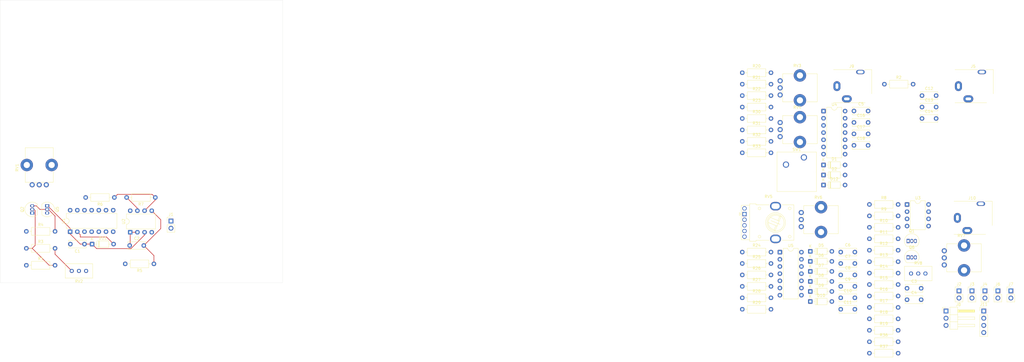
<source format=kicad_pcb>
(kicad_pcb (version 20241229) (generator "pcbnew") (generator_version "9.0")
  (layers (0 "F.Cu" signal) (2 "B.Cu" signal) (13 "F.Paste" user) (15 "B.Paste" user) (5 "F.SilkS" user "F.Silkscreen") (7 "B.SilkS" user "B.Silkscreen") (1 "F.Mask" user) (3 "B.Mask" user) (25 "Edge.Cuts" user))
  (net 0 "")
  (net 1 "GND")
  (net 2 "Net-(D11-K)")
  (net 3 "Net-(U2A--)")
  (net 4 "Net-(U2B-+)")
  (net 5 "+2V5")
  (net 6 "-2V5")
  (net 7 "Net-(U4C-+)")
  (net 8 "/a/FILT_SIG_IN")
  (net 9 "Net-(C8-Pad2)")
  (net 10 "Net-(U5B-+)")
  (net 11 "Net-(D5-K)")
  (net 12 "Net-(U5C-+)")
  (net 13 "Net-(U5C--)")
  (net 14 "/a/FILT_SIG_OUT")
  (net 15 "+9V")
  (net 16 "-9V")
  (net 17 "Net-(C18-Pad1)")
  (net 18 "Net-(D1-K)")
  (net 19 "Net-(D1-A)")
  (net 20 "Net-(D2-K)")
  (net 21 "Net-(D2-A)")
  (net 22 "Net-(D5-A)")
  (net 23 "Net-(D6-K)")
  (net 24 "Net-(D7-A)")
  (net 25 "Net-(D10-A)")
  (net 26 "Net-(D10-K)")
  (net 27 "Net-(D11-A)")
  (net 28 "Net-(D12-K)")
  (net 29 "/Voltage-Controlled Oscillator/VCO_SIG_OUT")
  (net 30 "/Envelope Generator/EG_CV_OUT")
  (net 31 "/Voltage-Controlled Amplifier/VCA_CV_IN")
  (net 32 "/Audio Output/SIG_IN")
  (net 33 "/Voltage-Controlled Amplifier/VCA_SIG_OUT")
  (net 34 "/Voltage-Controlled Amplifier/VCA_SIG_IN")
  (net 35 "Net-(J5-PadT)")
  (net 36 "Net-(J9-PadT)")
  (net 37 "Net-(J10-PadT)")
  (net 38 "/PITCH_IN")
  (net 39 "/GATE_IN")
  (net 40 "Net-(Q1-C)")
  (net 41 "Net-(Q1-B)")
  (net 42 "Net-(Q1-E)")
  (net 43 "Net-(Q2-E)")
  (net 44 "Net-(Q2-B)")
  (net 45 "Net-(Q6-C)")
  (net 46 "Net-(Q6-B)")
  (net 47 "Net-(R1-Pad1)")
  (net 48 "Net-(R3-Pad2)")
  (net 49 "Net-(U2B--)")
  (net 50 "Net-(U3A--)")
  (net 51 "Net-(R13-Pad2)")
  (net 52 "Net-(U3B--)")
  (net 53 "Net-(U3B-+)")
  (net 54 "Net-(R18-Pad2)")
  (net 55 "Net-(U4A--)")
  (net 56 "Net-(U4C--)")
  (net 57 "Net-(U5A-+)")
  (net 58 "Net-(R30-Pad2)")
  (net 59 "/Envelope Generator/GATE_IN")
  (net 60 "Net-(R37-Pad2)")
  (net 61 "Net-(U5B--)")
  (net 62 "Net-(U5A--)")
  (net 63 "Net-(U5D-+)")
  (footprint "Package_DIP:DIP-14_W7.62mm" (layer "F.Cu") (at 326.05 139.23)
    (property "Reference" "U5")
    (property "Value" "TL074")
  )
  (footprint "Package_TO_SOT_THT:TO-92_Inline" (layer "F.Cu") (at 61.38 125.38 90)
    (property "Reference" "Q2")
    (property "Value" "BC558")
  )
  (footprint "Connector_PinHeader_2.54mm:PinHeader_1x02_P2.54mm_Vertical" (layer "F.Cu") (at 110.5 128.225)
    (property "Reference" "J1")
    (property "Value" "Conn_01x02")
  )
  (footprint "Potentiometer_THT:Potentiometer_Bourns_PTV112-4_Dual_Vertical" (layer "F.Cu") (at 313.515 125.75)
    (property "Reference" "RV5")
    (property "Value" "100k")
  )
  (footprint "Resistor_THT:R_Axial_DIN0207_L6.3mm_D2.5mm_P10.16mm_Horizontal" (layer "F.Cu") (at 312.73 159.45)
    (property "Reference" "R29")
    (property "Value" "200k")
  )
  (footprint "Resistor_THT:R_Axial_DIN0207_L6.3mm_D2.5mm_P10.16mm_Horizontal" (layer "F.Cu") (at 357.74 175)
    (property "Reference" "R37")
    (property "Value" "100k")
  )
  (footprint "Diode_THT:D_DO-35_SOD27_P7.62mm_Horizontal" (layer "F.Cu") (at 341.49 115.47)
    (property "Reference" "D12")
    (property "Value" "1N4148")
  )
  (footprint "Resistor_THT:R_Axial_DIN0207_L6.3mm_D2.5mm_P10.16mm_Horizontal" (layer "F.Cu") (at 357.74 170.95)
    (property "Reference" "R36")
    (property "Value" "100R")
  )
  (footprint "Resistor_THT:R_Axial_DIN0207_L6.3mm_D2.5mm_P10.16mm_Horizontal" (layer "F.Cu") (at 104.96 119.88 180)
    (property "Reference" "R7")
    (property "Value" "100k")
  )
  (footprint "Resistor_THT:R_Axial_DIN0207_L6.3mm_D2.5mm_P10.16mm_Horizontal" (layer "F.Cu") (at 312.73 151.35)
    (property "Reference" "R27")
    (property "Value" "10k")
  )
  (footprint "Capacitor_THT:C_Disc_D6.0mm_W2.5mm_P5.00mm" (layer "F.Cu") (at 376.35 91.92)
    (property "Reference" "C14")
    (property "Value" "0.1u")
  )
  (footprint "Potentiometer_THT:Potentiometer_Bourns_PTV09A-1_Single_Vertical" (layer "F.Cu") (at 333.61 130.21)
    (property "Reference" "RV6")
    (property "Value" "100k")
  )
  (footprint "Package_DIP:DIP-8_W7.62mm" (layer "F.Cu") (at 371.06 122.37)
    (property "Reference" "U3")
    (property "Value" "TL072")
  )
  (footprint "Potentiometer_THT:Potentiometer_Bourns_PTV09A-1_Single_Vertical" (layer "F.Cu") (at 326.14 98.35)
    (property "Reference" "RV4")
    (property "Value" "1M")
  )
  (footprint "Resistor_THT:R_Axial_DIN0207_L6.3mm_D2.5mm_P10.16mm_Horizontal" (layer "F.Cu") (at 357.74 142.6)
    (property "Reference" "R13")
    (property "Value" "10k")
  )
  (footprint "Resistor_THT:R_Axial_DIN0207_L6.3mm_D2.5mm_P10.16mm_Horizontal" (layer "F.Cu") (at 312.73 143.25)
    (property "Reference" "R25")
    (property "Value" "100k")
  )
  (footprint "Diode_THT:D_DO-35_SOD27_P7.62mm_Horizontal" (layer "F.Cu") (at 82.57 136.38)
    (property "Reference" "D11")
    (property "Value" "1N4148")
  )
  (footprint "Diode_THT:D_DO-35_SOD27_P7.62mm_Horizontal" (layer "F.Cu") (at 336.82 156.7)
    (property "Reference" "D10")
    (property "Value" "1N4148")
  )
  (footprint "Connector_PinHeader_2.54mm:PinHeader_1x02_P2.54mm_Vertical" (layer "F.Cu") (at 389.45 152.94)
    (property "Reference" "J2")
    (property "Value" "Conn_01x02")
  )
  (footprint "Resistor_THT:R_Axial_DIN0207_L6.3mm_D2.5mm_P10.16mm_Horizontal" (layer "F.Cu") (at 312.73 79.77)
    (property "Reference" "R21")
    (property "Value" "47k")
  )
  (footprint "Diode_THT:D_DO-35_SOD27_P7.62mm_Horizontal" (layer "F.Cu") (at 336.82 149.6)
    (property "Reference" "D8")
    (property "Value" "1N4148")
  )
  (footprint "Package_DIP:DIP-14_W7.62mm" (layer "F.Cu") (at 341.5 89.3)
    (property "Reference" "U4")
    (property "Value" "TL074")
  )
  (footprint "Button_Switch_Keyboard:SW_Cherry_MX_1.00u_PCB" (layer "F.Cu") (at 334.55 105.7)
    (property "Reference" "SW1")
    (property "Value" "SW_Push")
  )
  (footprint "Resistor_THT:R_Axial_DIN0207_L6.3mm_D2.5mm_P10.16mm_Horizontal" (layer "F.Cu") (at 357.74 130.45)
    (property "Reference" "R10")
    (property "Value" "100k")
  )
  (footprint "Resistor_THT:R_Axial_DIN0207_L6.3mm_D2.5mm_P10.16mm_Horizontal" (layer "F.Cu") (at 312.73 155.4)
    (property "Reference" "R28")
    (property "Value" "6.8k")
  )
  (footprint "Capacitor_THT:C_Disc_D6.0mm_W2.5mm_P5.00mm" (layer "F.Cu") (at 347.59 155.4)
    (property "Reference" "C10")
    (property "Value" "10n")
  )
  (footprint "Connector_PinHeader_2.54mm:PinHeader_1x02_P2.54mm_Vertical" (layer "F.Cu") (at 403.22 152.94)
    (property "Reference" "J6")
    (property "Value" "Conn_01x02")
  )
  (footprint "Package_TO_SOT_THT:TO-92_Inline" (layer "F.Cu") (at 371.46 141.08)
    (property "Reference" "Q6")
    (property "Value" "BC548")
  )
  (footprint "Capacitor_THT:C_Disc_D6.0mm_W2.5mm_P5.00mm" (layer "F.Cu") (at 376.35 87.87)
    (property "Reference" "C13")
    (property "Value" "0.1u")
  )
  (footprint "Resistor_THT:R_Axial_DIN0207_L6.3mm_D2.5mm_P10.16mm_Horizontal" (layer "F.Cu") (at 59.3 143.88)
    (property "Reference" "R1")
    (property "Value" "100k")
  )
  (footprint "Resistor_THT:R_Axial_DIN0207_L6.3mm_D2.5mm_P10.16mm_Horizontal" (layer "F.Cu") (at 357.74 126.4)
    (property "Reference" "R9")
    (property "Value" "82k")
  )
  (footprint "Resistor_THT:R_Axial_DIN0207_L6.3mm_D2.5mm_P10.16mm_Horizontal" (layer "F.Cu") (at 90.46 119.88 180)
    (property "Reference" "R6")
    (property "Value" "47k")
  )
  (footprint "Connector_PinHeader_2.54mm:PinHeader_1x04_P2.54mm_Vertical" (layer "F.Cu") (at 398.22 160.08)
    (property "Reference" "J11")
    (property "Value" "Conn_01x04")
  )
  (footprint "Resistor_THT:R_Axial_DIN0207_L6.3mm_D2.5mm_P10.16mm_Horizontal" (layer "F.Cu") (at 357.74 158.8)
    (property "Reference" "R17")
    (property "Value" "100k")
  )
  (footprint "Potentiometer_THT:Potentiometer_Bourns_3296W_Vertical" (layer "F.Cu") (at 377.56 146.8)
    (property "Reference" "RV8")
    (property "Value" "100k, 10-turn")
  )
  (footprint "Resistor_THT:R_Axial_DIN0207_L6.3mm_D2.5mm_P10.16mm_Horizontal" (layer "F.Cu") (at 312.73 104.07)
    (property "Reference" "R33")
    (property "Value" "100k")
  )
  (footprint "Package_TO_SOT_THT:TO-92_Inline" (layer "F.Cu") (at 66.66 122.84 -90)
    (property "Reference" "Q5")
    (property "Value" "BC548")
  )
  (footprint "Diode_THT:D_DO-35_SOD27_P7.62mm_Horizontal" (layer "F.Cu") (at 336.82 153.15)
    (property "Reference" "D9")
    (property "Value" "1N4148")
  )
  (footprint "Capacitor_THT:C_Disc_D6.0mm_W2.5mm_P5.00mm" (layer "F.Cu") (at 352.27 93.32)
    (property "Reference" "C16")
    (property "Value" "0.1u")
  )
  (footprint "Resistor_THT:R_Axial_DIN0207_L6.3mm_D2.5mm_P10.16mm_Horizontal" (layer "F.Cu") (at 357.74 166.9)
    (property "Reference" "R19")
    (property "Value" "1k")
  )
  (footprint "Capacitor_THT:C_Disc_D6.0mm_W2.5mm_P5.00mm" (layer "F.Cu") (at 347.59 159.45)
    (property "Reference" "C11")
    (property "Value" "1u")
  )
  (footprint "Resistor_THT:R_Axial_DIN0207_L6.3mm_D2.5mm_P10.16mm_Horizontal" (layer "F.Cu") (at 59.3 137.88)
    (property "Reference" "R3")
    (property "Value" "1.5k")
  )
  (footprint "Resistor_THT:R_Axial_DIN0207_L6.3mm_D2.5mm_P10.16mm_Horizontal" (layer "F.Cu") (at 363.04 79.77)
    (property "Reference" "R2")
    (property "Value" "100k")
  )
  (footprint "Package_DIP:DIP-8_W7.62mm" (layer "F.Cu") (at 96.07 132.185 90)
    (property "Reference" "U2")
    (property "Value" "TL072")
  )
  (footprint "Capacitor_THT:C_Disc_D6.0mm_W2.5mm_P5.00mm" (layer "F.Cu") (at 376.35 83.82)
    (property "Reference" "C12")
    (property "Value" "0.1u")
  )
  (footprint "Resistor_THT:R_Axial_DIN0207_L6.3mm_D2.5mm_P10.16mm_Horizontal" (layer "F.Cu") (at 312.73 83.82)
    (property "Reference" "R22")
    (property "Value" "100k")
  )
  (footprint "Capacitor_THT:C_Disc_D6.0mm_W2.5mm_P5.00mm" (layer "F.Cu") (at 347.59 151.35)
    (property "Reference" "C9")
    (property "Value" "10n")
  )
  (footprint "Connector_PinHeader_2.54mm:PinHeader_1x02_P2.54mm_Vertical" (layer "F.Cu") (at 394.04 152.94)
    (property "Reference" "J3")
    (property "Value" "Conn_01x02")
  )
  (footprint "Connector_Audio:Jack_3.5mm_CUI_SJ1-3513N_Horizontal" (layer "F.Cu") (at 388.89 127.1)
    (property "Reference" "J10")
    (property "Value" "AudioJack2")
  )
  (footprint "Potentiometer_THT:Potentiometer_Bourns_3296W_Vertical" (layer "F.Cu") (at 75.38 145.88 180)
    (property "Reference" "RV2")
    (property "Value" "1k, 10-turn")
  )
  (footprint "Diode_THT:D_DO-35_SOD27_P7.62mm_Horizontal" (layer "F.Cu") (at 336.82 142.5)
    (property "Reference" "D6")
    (property "Value" "1N4148")
  )
  (footprint "Connector_Audio:Jack_3.5mm_CUI_SJ1-3513N_Horizontal" (layer "F.Cu") (at 389.25 80.47)
    (property "Reference" "J5")
    (property "Value" "AudioJack2")
  )
  (footprint "Capacitor_THT:C_Disc_D6.0mm_W2.5mm_P5.00mm" (layer "F.Cu") (at 79.88 136.38 180)
    (property "Reference" "C1")
    (property "Value" "2.2n")
  )
  (footprint "Package_TO_SOT_THT:TO-92_Inline" (layer "F.Cu") (at 371.46 135.29)
    (property "Reference" "Q1")
    (property "Value" "BC548")
  )
  (footprint "Capacitor_THT:C_Disc_D6.0mm_W2.5mm_P5.00mm" (layer "F.Cu") (at 352.27 97.37)
    (property "Reference" "C17")
    (property "Value" "0.1u")
  )
  (footprint "Resistor_THT:R_Axial_DIN0207_L6.3mm_D2.5mm_P10.16mm_Horizontal" (layer "F.Cu") (at 312.73 91.92)
    (property "Reference" "R30")
    (property "Value" "100k")
  )
  (footprint "Capacitor_THT:C_Disc_D6.0mm_W2.5mm_P5.00mm" (layer "F.Cu") (at 371.05 152.02)
    (property "Reference" "C3")
    (property "Value" "0.1u")
  )
  (footprint "Capacitor_THT:C_Disc_D6.0mm_W2.5mm_P5.00mm" (layer "F.Cu") (at 347.59 143.25)
    (property "Reference" "C7")
    (property "Value" "0.1u")
  )
  (footprint "Resistor_THT:R_Axial_DIN0207_L6.3mm_D2.5mm_P10.16mm_Horizontal" (layer "F.Cu") (at 312.73 95.97)
    (property "Reference" "R31")
    (property "Value" "100k")
  )
  (footprint "Diode_THT:D_DO-35_SOD27_P7.62mm_Horizontal" (layer "F.Cu") (at 341.49 111.92)
    (property "Reference" "D2")
    (property "Value" "1N4148")
  )
  (footprint "Capacitor_THT:C_Disc_D6.0mm_W2.5mm_P5.00mm" (layer "F.Cu") (at 347.59 147.3)
    (property "Reference" "C8")
    (property "Value" "1u")
  )
  (footprint "Connector_PinHeader_2.54mm:PinHeader_1x02_P2.54mm_Vertical" (layer "F.Cu") (at 407.81 152.94)
    (property "Reference" "J7")
    (property "Value" "Conn_01x02")
  )
  (footprint "Resistor_THT:R_Axial_DIN0207_L6.3mm_D2.5mm_P10.16mm_Horizontal" (layer "F.Cu") (at 312.73 87.87)
    (property "Reference" "R23")
    (property "Value" "1k")
  )
  (footprint "Connector_PinHeader_2.54mm:PinHeader_1x03_P2.54mm_Horizontal" (layer "F.Cu") (at 384.86 160.08)
    (property "Reference" "J8")
    (property "Value" "Conn_01x03")
  )
  (footprint "Resistor_THT:R_Axial_DIN0207_L6.3mm_D2.5mm_P10.16mm_Horizontal" (layer "F.Cu") (at 104.46 143.38 180)
    (property "Reference" "R5")
    (property "Value" "100k")
  )
  (footprint "Resistor_THT:R_Axial_DIN0207_L6.3mm_D2.5mm_P10.16mm_Horizontal" (layer "F.Cu") (at 312.73 139.2)
    (property "Reference" "R24")
    (property "Value" "200k")
  )
  (footprint "Resistor_THT:R_Axial_DIN0207_L6.3mm_D2.5mm_P10.16mm_Horizontal" (layer "F.Cu") (at 357.74 162.85)
    (property "Reference" "R18")
    (property "Value" "100k")
  )
  (footprint "Resistor_THT:R_Axial_DIN0207_L6.3mm_D2.5mm_P10.16mm_Horizontal" (layer "F.Cu") (at 357.74 138.55)
    (property "Reference" "R12")
    (property "Value" "20k")
  )
  (footprint "Capacitor_THT:C_Disc_D6.0mm_W2.5mm_P5.00mm" (layer "F.Cu") (at 352.27 89.27)
    (property "Reference" "C5")
    (property "Value" "1u")
  )
  (footprint "Capacitor_THT:C_Disc_D6.0mm_W2.5mm_P5.00mm" (layer "F.Cu") (at 352.27 101.42)
    (property "Reference" "C18")
    (property "Value" "0.1u")
  )
  (footprint "Capacitor_THT:C_Disc_D6.0mm_W2.5mm_P5.00mm" (layer "F.Cu") (at 347.59 139.2)
    (property "Reference" "C6")
    (property "Value" "0.1u")
  )
  (footprint "Resistor_THT:R_Axial_DIN0207_L6.3mm_D2.5mm_P10.16mm_Horizontal" (layer "F.Cu") (at 357.74 134.5)
    (property "Reference" "R11")
    (property "Value" "100R")
  )
  (footprint "Resistor_THT:R_Axial_DIN0207_L6.3mm_D2.5mm_P10.16mm_Horizontal" (layer "F.Cu") (at 312.73 147.3)
    (property "Reference" "R26")
    (property "Value" "33k")
  )
  (footprint "Resistor_THT:R_Axial_DIN0207_L6.3mm_D2.5mm_P10.16mm_Horizontal" (layer "F.Cu") (at 312.73 75.72)
    (property "Reference" "R20")
    (property "Value" "100k")
  )
  (footprint "Connector_PinHeader_2.54mm:PinHeader_1x02_P2.54mm_Vertical" (layer "F.Cu") (at 398.63 152.94)
    (property "Reference" "J4")
    (property "Value" "Conn_01x02")
  )
  (footprint "Resistor_THT:R_Axial_DIN0207_L6.3mm_D2.5mm_P10.16mm_Horizontal" (layer "F.Cu") (at 357.74 122.35)
    (property "Reference" "R8")
    (property "Value" "100k")
  )
  (footprint "Package_DIP:DIP-14_W7.62mm" (layer "F.Cu") (at 74.8 132 90)
    (property "Reference" "U1")
    (property "Value" "40106")
  )
  (footprint "Potentiometer_THT:Potentiometer_Bourns_PTV09A-1_Single_Vertical" (layer "F.Cu") (at 384.24 143.76)
    (property "Reference" "RV7")
    (property "Value" "10k")
  )
  (footprint "Diode_THT:D_DO-35_SOD27_P7.62mm_Horizontal" (layer "F.Cu") (at 336.82 146.05)
    (property "Reference" "D7")
    (property "Value" "1N4148")
  )
  (footprint "Diode_THT:D_DO-35_SOD27_P7.62mm_Horizontal" (layer "F.Cu") (at 336.82 138.95)
    (property "Reference" "D5")
    (property "Value" "1N4148")
  )
  (footprint "Potentiometer_THT:Potentiometer_Bourns_PTV09A-1_Single_Vertical" (layer "F.Cu") (at 66.36 115.38 90)
    (property "Reference" "RV1")
    (property "Value" "100k")
  )
  (footprint "Potentiometer_THT:Potentiometer_Bourns_PTV09A-1_Single_Vertical" (layer "F.Cu") (at 326.14 83.58)
    (property "Reference" "RV3")
    (property "Value" "1M")
  )
  (footprint "Capacitor_THT:C_Disc_D6.0mm_W2.5mm_P5.00mm" (layer "F.Cu") (at 95.88 136.88)
    (property "Reference" "C2")
    (property "Value" "1u")
  )
  (footprint "Capacitor_THT:C_Disc_D6.0mm_W2.5mm_P5.00mm" (layer "F.Cu") (at 371.05 156.07)
    (property "Reference" "C4")
    (property "Value" "0.1u")
  )
  (footprint "Resistor_THT:R_Axial_DIN0207_L6.3mm_D2.5mm_P10.16mm_Horizontal" (layer "F.Cu") (at 357.74 154.75)
    (property "Reference" "R16")
    (property "Value" "10k")
  )
  (footprint "Diode_THT:D_DO-35_SOD27_P7.62mm_Horizontal" (layer "F.Cu") (at 341.49 108.37)
    (property "Reference" "D1")
    (property "Value" "1N4148")
  )
  (footprint "Resistor_THT:R_Axial_DIN0207_L6.3mm_D2.5mm_P10.16mm_Horizontal" (layer "F.Cu") (at 357.74 150.7)
    (property "Reference" "R15")
    (property "Value" "10k")
  )
  (footprint "Connector_Audio:Jack_3.5mm_CUI_SJ1-3513N_Horizontal" (layer "F.Cu") (at 346.24 80.47)
    (property "Reference" "J9")
    (property "Value" "AudioJack2")
  )
  (footprint "Resistor_THT:R_Axial_DIN0207_L6.3mm_D2.5mm_P10.16mm_Horizontal" (layer "F.Cu") (at 59.3 131.88)
    (property "Reference" "R4")
    (property "Value" "1M")
  )
  (footprint "Resistor_THT:R_Axial_DIN0207_L6.3mm_D2.5mm_P10.16mm_Horizontal" (layer "F.Cu") (at 357.74 146.65)
    (property "Reference" "R14")
    (property "Value" "20k")
  )
  (footprint "Resistor_THT:R_Axial_DIN0207_L6.3mm_D2.5mm_P10.16mm_Horizontal" (layer "F.Cu") (at 312.73 100.02)
    (property "Reference" "R32")
    (property "Value" "100k")
  )
  (gr_line (start 150 150) (end 150 50) (stroke (width 0.05)) (layer "Edge.Cuts"))
  (gr_line (start 150 50) (end 50 50) (stroke (width 0.05)) (layer "Edge.Cuts"))
  (gr_line (start 50 50) (end 50 150) (stroke (width 0.05)) (layer "Edge.Cuts"))
  (gr_line (start 50 150) (end 150 150) (stroke (width 0.05)) (layer "Edge.Cuts"))
  (segment (start 78.38 136.38) (end 74.8 132.8) (width 0.2) (layer "F.Cu") (net 2))
  (segment (start 66.66 122.84) (end 66.84 122.84) (width 0.2) (layer "F.Cu") (net 2))
  (segment (start 84.171 137.981) (end 82.57 136.38) (width 0.2) (layer "F.Cu") (net 2))
  (segment (start 74.8 130.8) (end 74.8 132) (width 0.2) (layer "F.Cu") (net 2))
  (segment (start 66.84 122.84) (end 74.8 130.8) (width 0.2) (layer "F.Cu") (net 2))
  (segment (start 79.88 136.38) (end 82.57 136.38) (width 0.2) (layer "F.Cu") (net 2))
  (segment (start 74.8 132.8) (end 74.8 132) (width 0.2) (layer "F.Cu") (net 2))
  (segment (start 101.15 133.16705) (end 96.33605 137.981) (width 0.2) (layer "F.Cu") (net 2))
  (segment (start 101.15 132.185) (end 101.15 133.16705) (width 0.2) (layer "F.Cu") (net 2))
  (segment (start 79.88 136.38) (end 78.38 136.38) (width 0.2) (layer "F.Cu") (net 2))
  (segment (start 96.33605 137.981) (end 84.171 137.981) (width 0.2) (layer "F.Cu") (net 2))
  (segment (start 96.07 132.185) (end 96.07 136.69) (width 0.2) (layer "F.Cu") (net 3))
  (segment (start 98.61 132.185) (end 96.07 132.185) (width 0.2) (layer "F.Cu") (net 3))
  (segment (start 96.07 136.69) (end 95.88 136.88) (width 0.2) (layer "F.Cu") (net 3))
  (segment (start 106.88 130.88) (end 100.88 136.88) (width 0.2) (layer "F.Cu") (net 4))
  (segment (start 104.46 140.46) (end 100.88 136.88) (width 0.2) (layer "F.Cu") (net 4))
  (segment (start 104.46 143.38) (end 104.46 140.46) (width 0.2) (layer "F.Cu") (net 4))
  (segment (start 106.88 127.755) (end 106.88 130.88) (width 0.2) (layer "F.Cu") (net 4))
  (segment (start 103.69 124.565) (end 106.88 127.755) (width 0.2) (layer "F.Cu") (net 4))
  (segment (start 87.69 133.88) (end 78.38 133.88) (width 0.2) (layer "F.Cu") (net 27))
  (segment (start 90.19 136.38) (end 87.69 133.88) (width 0.2) (layer "F.Cu") (net 27))
  (segment (start 78.38 133.88) (end 78.38 133.04) (width 0.2) (layer "F.Cu") (net 27))
  (segment (start 78.38 133.04) (end 77.34 132) (width 0.2) (layer "F.Cu") (net 27))
  (segment (start 98.61 123.69) (end 98.61 124.565) (width 0.2) (layer "F.Cu") (net 29))
  (segment (start 94.8 119.88) (end 98.61 123.69) (width 0.2) (layer "F.Cu") (net 29))
  (segment (start 61.38 122.84) (end 62.84 122.84) (width 0.2) (layer "F.Cu") (net 43))
  (segment (start 67.11 124.11) (end 69.46 126.46) (width 0.2) (layer "F.Cu") (net 43))
  (segment (start 64.11 124.11) (end 66.66 124.11) (width 0.2) (layer "F.Cu") (net 43))
  (segment (start 69.46 126.46) (end 69.46 131.88) (width 0.2) (layer "F.Cu") (net 43))
  (segment (start 62.84 122.84) (end 64.11 124.11) (width 0.2) (layer "F.Cu") (net 43))
  (segment (start 66.66 124.11) (end 67.11 124.11) (width 0.2) (layer "F.Cu") (net 43))
  (segment (start 62.431 124.554) (end 62.431 136.829) (width 0.2) (layer "F.Cu") (net 44))
  (segment (start 61.38 137.88) (end 67.38 143.88) (width 0.2) (layer "F.Cu") (net 44))
  (segment (start 61.987 124.11) (end 62.431 124.554) (width 0.2) (layer "F.Cu") (net 44))
  (segment (start 67.38 143.88) (end 69.46 143.88) (width 0.2) (layer "F.Cu") (net 44))
  (segment (start 59.3 137.88) (end 61.38 137.88) (width 0.2) (layer "F.Cu") (net 44))
  (segment (start 62.431 136.829) (end 61.38 137.88) (width 0.2) (layer "F.Cu") (net 44))
  (segment (start 61.38 124.11) (end 61.987 124.11) (width 0.2) (layer "F.Cu") (net 44))
  (segment (start 69.46 139.96) (end 75.38 145.88) (width 0.2) (layer "F.Cu") (net 48))
  (segment (start 69.46 137.88) (end 69.46 139.96) (width 0.2) (layer "F.Cu") (net 48))
  (segment (start 103.859 118.779) (end 104.96 119.88) (width 0.2) (layer "F.Cu") (net 49))
  (segment (start 90.46 119.88) (end 91.561 118.779) (width 0.2) (layer "F.Cu") (net 49))
  (segment (start 91.561 118.779) (end 103.859 118.779) (width 0.2) (layer "F.Cu") (net 49))
  (segment (start 101.15 124.565) (end 104.96 120.755) (width 0.2) (layer "F.Cu") (net 49))
  (segment (start 104.96 120.755) (end 104.96 119.88) (width 0.2) (layer "F.Cu") (net 49))
)
</source>
